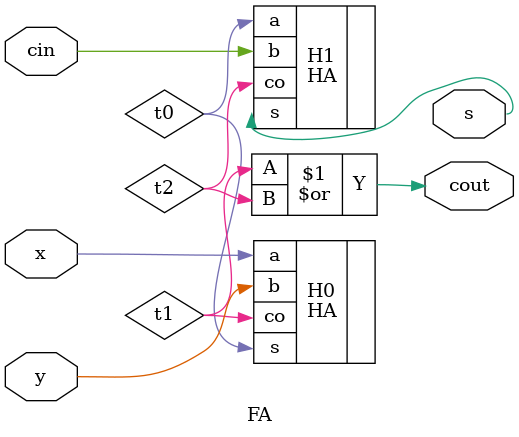
<source format=v>
`timescale 1ns / 1ps
module FA(
   output cout,
    output s,
    input x,
    input y,
    input cin
    );
wire t0, t1, t2;

HA H0(.s(t0),.co(t1),.a(x),.b(y));
HA H1(.s(s),.co(t2),.a(t0),.b(cin));

assign cout=t1|t2;

endmodule

</source>
